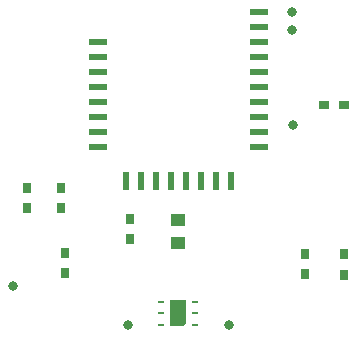
<source format=gbr>
G04 DipTrace 3.2.0.1*
G04 TopPaste.gbr*
%MOIN*%
G04 #@! TF.FileFunction,Paste,Top*
G04 #@! TF.Part,Single*
%AMOUTLINE14*
4,1,5,
-0.025591,0.043307,
0.025591,0.043307,
0.025591,-0.035771,
0.018054,-0.043307,
-0.025591,-0.043307,
-0.025591,0.043307,
0*%
%ADD37R,0.023622X0.007874*%
%ADD41C,0.031496*%
%ADD43R,0.023622X0.059055*%
%ADD45R,0.059055X0.023622*%
%ADD47R,0.035433X0.031496*%
%ADD49R,0.051181X0.043307*%
%ADD53R,0.031496X0.035433*%
%ADD69OUTLINE14*%
%FSLAX26Y26*%
G04*
G70*
G90*
G75*
G01*
G04 TopPaste*
%LPD*%
D53*
X-376564Y-397034D3*
Y-330105D3*
X-391571Y-181008D3*
Y-114079D3*
D49*
X0Y-221343D3*
Y-296146D3*
D47*
X486051Y162248D3*
X552980D3*
D53*
X-161831Y-282623D3*
Y-215694D3*
X422782Y-401726D3*
Y-334797D3*
X551440Y-402210D3*
Y-335281D3*
X-503895Y-180199D3*
Y-113270D3*
D45*
X-267717Y23622D3*
Y73622D3*
Y123622D3*
Y173622D3*
Y223622D3*
Y273622D3*
Y323622D3*
Y373622D3*
X267717Y23622D3*
Y73622D3*
Y123622D3*
Y173622D3*
Y223622D3*
Y273622D3*
Y323622D3*
Y373622D3*
Y423622D3*
Y473622D3*
D43*
X-25000Y-90551D3*
X25000D3*
X-75000Y-90157D3*
X75000Y-90551D3*
X-125000D3*
X125000D3*
X-175000D3*
X175000D3*
D41*
X-168634Y-571084D3*
D37*
X-57087Y-570866D3*
Y-531496D3*
Y-492126D3*
X57087Y-570866D3*
Y-531496D3*
Y-492126D3*
D69*
X0Y-531496D3*
D41*
X-550350Y-439056D3*
X170449Y-571084D3*
X382573Y97698D3*
X378786Y472408D3*
X379909Y411322D3*
M02*

</source>
